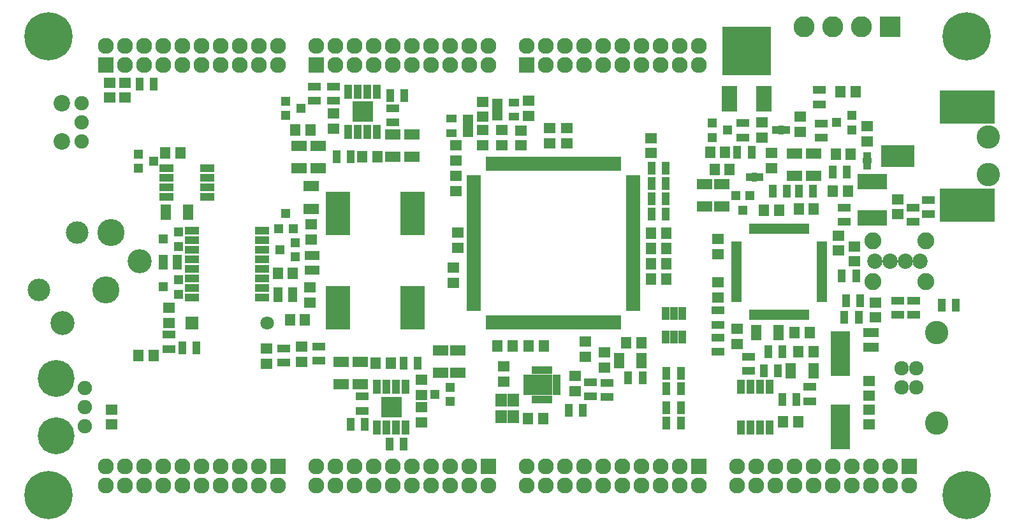
<source format=gbr>
G04 #@! TF.FileFunction,Soldermask,Top*
%FSLAX46Y46*%
G04 Gerber Fmt 4.6, Leading zero omitted, Abs format (unit mm)*
G04 Created by KiCad (PCBNEW 4.0.0-rc2-1-stable) date Monday, December 07, 2015 'PMt' 01:28:40 PM*
%MOMM*%
G01*
G04 APERTURE LIST*
%ADD10C,0.100000*%
%ADD11R,0.781000X1.149300*%
%ADD12R,0.791000X1.260000*%
%ADD13R,0.950000X0.628600*%
%ADD14R,1.000000X1.950000*%
%ADD15R,1.575000X1.575000*%
%ADD16R,1.200100X1.200100*%
%ADD17R,2.000000X1.400000*%
%ADD18R,1.650000X1.400000*%
%ADD19R,1.460000X1.050000*%
%ADD20R,1.700000X1.100000*%
%ADD21R,1.100000X1.700000*%
%ADD22C,6.400000*%
%ADD23R,1.900000X1.000000*%
%ADD24C,1.924000*%
%ADD25C,3.100020*%
%ADD26R,0.646000X1.130000*%
%ADD27R,1.130000X0.646000*%
%ADD28R,1.650000X1.650000*%
%ADD29C,3.200000*%
%ADD30C,3.000000*%
%ADD31C,3.600000*%
%ADD32R,1.400000X0.628600*%
%ADD33R,0.628600X1.400000*%
%ADD34R,0.628600X1.850000*%
%ADD35R,1.850000X0.628600*%
%ADD36R,1.950000X1.000000*%
%ADD37C,4.900000*%
%ADD38C,1.900000*%
%ADD39C,2.200000*%
%ADD40C,2.800000*%
%ADD41R,2.800000X2.800000*%
%ADD42R,4.400000X2.900000*%
%ADD43R,7.400000X4.400000*%
%ADD44C,3.100000*%
%ADD45R,1.600000X1.800000*%
%ADD46R,1.400000X1.650000*%
%ADD47R,1.400000X2.000000*%
%ADD48R,1.800000X1.800000*%
%ADD49C,1.800000*%
%ADD50C,2.020000*%
%ADD51C,2.250000*%
%ADD52R,3.900000X2.000000*%
%ADD53R,3.300680X5.800040*%
%ADD54R,2.051000X3.448000*%
%ADD55R,6.496000X6.496000*%
%ADD56R,2.500580X6.000700*%
%ADD57R,1.260000X0.791000*%
%ADD58R,0.628600X0.950000*%
%ADD59R,1.149300X0.781000*%
%ADD60C,2.127200*%
%ADD61O,2.127200X2.127200*%
%ADD62R,2.127200X2.127200*%
G04 APERTURE END LIST*
D10*
D11*
X106621360Y-87073980D03*
X107271600Y-87073980D03*
X107921840Y-87073980D03*
X107921840Y-85174060D03*
X107271600Y-85174060D03*
X106621360Y-85174060D03*
D12*
X169562560Y-68481180D03*
D13*
X168837560Y-68231180D03*
X168837560Y-68731180D03*
X170287560Y-68231180D03*
X170287560Y-68731180D03*
D14*
X119727760Y-102552780D03*
X118457760Y-102552780D03*
X117187760Y-102552780D03*
X115917760Y-102552780D03*
X115917760Y-107952780D03*
X117187760Y-107952780D03*
X118457760Y-107952780D03*
X119727760Y-107952780D03*
D15*
X117235260Y-105840280D03*
X118410260Y-105840280D03*
X117235260Y-104665280D03*
X118410260Y-104665280D03*
D16*
X105021160Y-85316380D03*
X105021160Y-83416380D03*
X103022180Y-84366380D03*
D17*
X107129360Y-78945980D03*
X107129360Y-75945980D03*
D18*
X101211160Y-97487980D03*
X101211160Y-99487980D03*
D16*
X102851960Y-81546940D03*
X104751960Y-81546940D03*
X103801960Y-79547960D03*
D18*
X105884760Y-97265980D03*
X105884760Y-99265980D03*
D17*
X105554560Y-70537180D03*
X105554560Y-73537180D03*
D19*
X127990560Y-68857180D03*
X127990560Y-67907180D03*
X127990560Y-66957180D03*
X125790560Y-66957180D03*
X125790560Y-68857180D03*
D20*
X187139360Y-91117580D03*
X187139360Y-93017580D03*
D12*
X166031960Y-74704180D03*
D13*
X165306960Y-74454180D03*
X165306960Y-74954180D03*
X166756960Y-74454180D03*
X166756960Y-74954180D03*
D21*
X154195560Y-95963980D03*
X155295560Y-95963980D03*
X156395560Y-95963980D03*
X156395560Y-92863980D03*
X155295560Y-92863980D03*
X154195560Y-92863980D03*
D22*
X72280560Y-56035180D03*
X72280560Y-116995180D03*
X194200560Y-116995180D03*
X194200560Y-56035180D03*
D19*
X131886560Y-64803180D03*
X131886560Y-65753180D03*
X131886560Y-66703180D03*
X134086560Y-66703180D03*
X134086560Y-64803180D03*
D23*
X91330560Y-81793936D03*
X91330560Y-83063936D03*
X91330560Y-84333936D03*
X91330560Y-85603936D03*
X91330560Y-86873936D03*
X91330560Y-88143936D03*
X91330560Y-89413936D03*
X91330560Y-90683936D03*
X100630560Y-90683936D03*
X100630560Y-89413936D03*
X100630560Y-88143936D03*
X100630560Y-86873936D03*
X100630560Y-85603936D03*
X100630560Y-84333936D03*
X100630560Y-83063936D03*
X100630560Y-81793936D03*
D18*
X132732560Y-99882180D03*
X132732560Y-101882180D03*
X182059360Y-91373180D03*
X182059360Y-93373180D03*
D24*
X185540560Y-102650180D03*
X185540560Y-100110180D03*
X187539540Y-100110180D03*
X187539540Y-102650180D03*
D25*
X190239560Y-107379660D03*
X190239560Y-95380700D03*
D26*
X136792560Y-104287180D03*
X137292560Y-104287180D03*
X137792560Y-104287180D03*
X138292560Y-104287180D03*
X138792560Y-104287180D03*
D27*
X139757560Y-103322180D03*
X139757560Y-102822180D03*
X139757560Y-102322180D03*
X139757560Y-101822180D03*
X139757560Y-101322180D03*
D26*
X138792560Y-100357180D03*
X138292560Y-100357180D03*
X137792560Y-100357180D03*
X137292560Y-100357180D03*
X136792560Y-100357180D03*
D27*
X135827560Y-101322180D03*
X135827560Y-101822180D03*
X135827560Y-102322180D03*
X135827560Y-102822180D03*
X135827560Y-103322180D03*
D28*
X138417560Y-101697180D03*
X137167560Y-101697180D03*
X138417560Y-102947180D03*
X137167560Y-102947180D03*
D18*
X179265360Y-83930980D03*
X179265360Y-85930980D03*
D29*
X74180560Y-94130180D03*
X84350560Y-85880180D03*
D30*
X71010560Y-89690180D03*
X76090560Y-82070180D03*
D31*
X80535560Y-82070180D03*
X79900560Y-89690180D03*
D18*
X88282560Y-94103180D03*
X88282560Y-92103180D03*
D14*
X168038560Y-102578180D03*
X166768560Y-102578180D03*
X165498560Y-102578180D03*
X164228560Y-102578180D03*
X164228560Y-107978180D03*
X165498560Y-107978180D03*
X166768560Y-107978180D03*
X168038560Y-107978180D03*
X112111060Y-68735180D03*
X113381060Y-68735180D03*
X114651060Y-68735180D03*
X115921060Y-68735180D03*
X115921060Y-63335180D03*
X114651060Y-63335180D03*
X113381060Y-63335180D03*
X112111060Y-63335180D03*
D15*
X114603560Y-65447680D03*
X113428560Y-65447680D03*
X114603560Y-66622680D03*
X113428560Y-66622680D03*
D32*
X175008560Y-91027180D03*
X175008560Y-90527180D03*
X175008560Y-90027180D03*
X175008560Y-89527180D03*
X175008560Y-89027180D03*
X175008560Y-88527180D03*
X175008560Y-88027180D03*
X175008560Y-87527180D03*
X175008560Y-87027180D03*
X175008560Y-86527180D03*
X175008560Y-86027180D03*
X175008560Y-85527180D03*
X175008560Y-85027180D03*
X175008560Y-84527180D03*
X175008560Y-84027180D03*
X175008560Y-83527180D03*
D33*
X173058560Y-81577180D03*
X172558560Y-81577180D03*
X172058560Y-81577180D03*
X171558560Y-81577180D03*
X171058560Y-81577180D03*
X170558560Y-81577180D03*
X170058560Y-81577180D03*
X169558560Y-81577180D03*
X169058560Y-81577180D03*
X168558560Y-81577180D03*
X168058560Y-81577180D03*
X167558560Y-81577180D03*
X167058560Y-81577180D03*
X166558560Y-81577180D03*
X166058560Y-81577180D03*
X165558560Y-81577180D03*
D32*
X163608560Y-83527180D03*
X163608560Y-84027180D03*
X163608560Y-84527180D03*
X163608560Y-85027180D03*
X163608560Y-85527180D03*
X163608560Y-86027180D03*
X163608560Y-86527180D03*
X163608560Y-87027180D03*
X163608560Y-87527180D03*
X163608560Y-88027180D03*
X163608560Y-88527180D03*
X163608560Y-89027180D03*
X163608560Y-89527180D03*
X163608560Y-90027180D03*
X163608560Y-90527180D03*
X163608560Y-91027180D03*
D33*
X165558560Y-92977180D03*
X166058560Y-92977180D03*
X166558560Y-92977180D03*
X167058560Y-92977180D03*
X167558560Y-92977180D03*
X168058560Y-92977180D03*
X168558560Y-92977180D03*
X169058560Y-92977180D03*
X169558560Y-92977180D03*
X170058560Y-92977180D03*
X170558560Y-92977180D03*
X171058560Y-92977180D03*
X171558560Y-92977180D03*
X172058560Y-92977180D03*
X172558560Y-92977180D03*
X173058560Y-92977180D03*
D34*
X130577560Y-94030180D03*
X131077560Y-94030180D03*
X131577560Y-94030180D03*
X132077560Y-94030180D03*
X132577560Y-94030180D03*
X133077560Y-94030180D03*
X133577560Y-94030180D03*
X134077560Y-94030180D03*
X134577560Y-94030180D03*
X135077560Y-94030180D03*
X135577560Y-94030180D03*
X136077560Y-94030180D03*
X136577560Y-94030180D03*
X137077560Y-94030180D03*
X137577560Y-94030180D03*
X138077560Y-94030180D03*
X138577560Y-94030180D03*
X139077560Y-94030180D03*
X139577560Y-94030180D03*
X140077560Y-94030180D03*
X140577560Y-94030180D03*
X141077560Y-94030180D03*
X141577560Y-94030180D03*
X142077560Y-94030180D03*
X142577560Y-94030180D03*
X143077560Y-94030180D03*
X143577560Y-94030180D03*
X144077560Y-94030180D03*
X144577560Y-94030180D03*
X145077560Y-94030180D03*
X145577560Y-94030180D03*
X146077560Y-94030180D03*
X146577560Y-94030180D03*
X147077560Y-94030180D03*
X147577560Y-94030180D03*
X148077560Y-94030180D03*
D35*
X149877560Y-92230180D03*
X149877560Y-91730180D03*
X149877560Y-91230180D03*
X149877560Y-90730180D03*
X149877560Y-90230180D03*
X149877560Y-89730180D03*
X149877560Y-89230180D03*
X149877560Y-88730180D03*
X149877560Y-88230180D03*
X149877560Y-87730180D03*
X149877560Y-87230180D03*
X149877560Y-86730180D03*
X149877560Y-86230180D03*
X149877560Y-85730180D03*
X149877560Y-85230180D03*
X149877560Y-84730180D03*
X149877560Y-84230180D03*
X149877560Y-83730180D03*
X149877560Y-83230180D03*
X149877560Y-82730180D03*
X149877560Y-82230180D03*
X149877560Y-81730180D03*
X149877560Y-81230180D03*
X149877560Y-80730180D03*
X149877560Y-80230180D03*
X149877560Y-79730180D03*
X149877560Y-79230180D03*
X149877560Y-78730180D03*
X149877560Y-78230180D03*
X149877560Y-77730180D03*
X149877560Y-77230180D03*
X149877560Y-76730180D03*
X149877560Y-76230180D03*
X149877560Y-75730180D03*
X149877560Y-75230180D03*
X149877560Y-74730180D03*
D34*
X148077560Y-72930180D03*
X147577560Y-72930180D03*
X147077560Y-72930180D03*
X146577560Y-72930180D03*
X146077560Y-72930180D03*
X145577560Y-72930180D03*
X145077560Y-72930180D03*
X144577560Y-72930180D03*
X144077560Y-72930180D03*
X143577560Y-72930180D03*
X143077560Y-72930180D03*
X142577560Y-72930180D03*
X142077560Y-72930180D03*
X141577560Y-72930180D03*
X141077560Y-72930180D03*
X140577560Y-72930180D03*
X140077560Y-72930180D03*
X139577560Y-72930180D03*
X139077560Y-72930180D03*
X138577560Y-72930180D03*
X138077560Y-72930180D03*
X137577560Y-72930180D03*
X137077560Y-72930180D03*
X136577560Y-72930180D03*
X136077560Y-72930180D03*
X135577560Y-72930180D03*
X135077560Y-72930180D03*
X134577560Y-72930180D03*
X134077560Y-72930180D03*
X133577560Y-72930180D03*
X133077560Y-72930180D03*
X132577560Y-72930180D03*
X132077560Y-72930180D03*
X131577560Y-72930180D03*
X131077560Y-72930180D03*
X130577560Y-72930180D03*
D35*
X128777560Y-74730180D03*
X128777560Y-75230180D03*
X128777560Y-75730180D03*
X128777560Y-76230180D03*
X128777560Y-76730180D03*
X128777560Y-77230180D03*
X128777560Y-77730180D03*
X128777560Y-78230180D03*
X128777560Y-78730180D03*
X128777560Y-79230180D03*
X128777560Y-79730180D03*
X128777560Y-80230180D03*
X128777560Y-80730180D03*
X128777560Y-81230180D03*
X128777560Y-81730180D03*
X128777560Y-82230180D03*
X128777560Y-82730180D03*
X128777560Y-83230180D03*
X128777560Y-83730180D03*
X128777560Y-84230180D03*
X128777560Y-84730180D03*
X128777560Y-85230180D03*
X128777560Y-85730180D03*
X128777560Y-86230180D03*
X128777560Y-86730180D03*
X128777560Y-87230180D03*
X128777560Y-87730180D03*
X128777560Y-88230180D03*
X128777560Y-88730180D03*
X128777560Y-89230180D03*
X128777560Y-89730180D03*
X128777560Y-90230180D03*
X128777560Y-90730180D03*
X128777560Y-91230180D03*
X128777560Y-91730180D03*
X128777560Y-92230180D03*
D36*
X93362560Y-77371180D03*
X93362560Y-76101180D03*
X93362560Y-74831180D03*
X93362560Y-73561180D03*
X87962560Y-73561180D03*
X87962560Y-74831180D03*
X87962560Y-76101180D03*
X87962560Y-77371180D03*
D37*
X73296560Y-109121180D03*
D38*
X77106560Y-107851180D03*
X77106560Y-102771180D03*
X77106560Y-105311180D03*
D37*
X73296560Y-101501180D03*
D39*
X74058560Y-70005180D03*
X74058560Y-64925180D03*
D38*
X76688560Y-70005180D03*
X76688560Y-64925180D03*
X76688560Y-67465180D03*
D40*
X176420560Y-54765180D03*
X172610560Y-54765180D03*
X180230560Y-54765180D03*
D41*
X184040560Y-54765180D03*
D42*
X185050560Y-71910180D03*
D43*
X194300560Y-78410180D03*
X194300560Y-65410180D03*
D44*
X197050560Y-74410180D03*
X197050560Y-69410180D03*
D45*
X132402560Y-104381180D03*
X132402560Y-106581180D03*
X134002560Y-104381180D03*
X134002560Y-106581180D03*
D18*
X177182560Y-82483180D03*
X177182560Y-84483180D03*
X161180560Y-82959180D03*
X161180560Y-84959180D03*
X163720560Y-96913180D03*
X163720560Y-94913180D03*
X161180560Y-90706180D03*
X161180560Y-88706180D03*
D46*
X173905960Y-78920580D03*
X171905960Y-78920580D03*
X173340560Y-95405180D03*
X171340560Y-95405180D03*
D17*
X171340560Y-74553180D03*
X171340560Y-71553180D03*
D46*
X169292560Y-79149180D03*
X167292560Y-79149180D03*
D18*
X181246560Y-105597180D03*
X181246560Y-107597180D03*
D47*
X166260560Y-95405180D03*
X169260560Y-95405180D03*
D46*
X171864560Y-97945180D03*
X173864560Y-97945180D03*
D17*
X173880560Y-74577180D03*
X173880560Y-71577180D03*
D18*
X181246560Y-103787180D03*
X181246560Y-101787180D03*
D47*
X173856560Y-100485180D03*
X170856560Y-100485180D03*
X87822560Y-79403180D03*
X90822560Y-79403180D03*
D46*
X87806560Y-71529180D03*
X89806560Y-71529180D03*
X86218560Y-98453180D03*
X84218560Y-98453180D03*
X106341960Y-93677980D03*
X104341960Y-93677980D03*
D18*
X106976960Y-89391980D03*
X106976960Y-91391980D03*
X107180160Y-82984580D03*
X107180160Y-80984580D03*
D46*
X102735160Y-87480380D03*
X104735160Y-87480380D03*
D48*
X91330560Y-94135180D03*
D49*
X101330560Y-94135180D03*
D18*
X138828560Y-68243180D03*
X138828560Y-70243180D03*
D46*
X138034560Y-97183180D03*
X136034560Y-97183180D03*
X154306560Y-84229180D03*
X152306560Y-84229180D03*
X131875560Y-97183180D03*
X133875560Y-97183180D03*
X149020560Y-96751380D03*
X151020560Y-96751380D03*
D47*
X151021960Y-99138980D03*
X148021960Y-99138980D03*
D18*
X126382560Y-74577180D03*
X126382560Y-76577180D03*
X135018560Y-68513180D03*
X135018560Y-70513180D03*
X143603760Y-98605580D03*
X143603760Y-96605580D03*
X146143760Y-100002580D03*
X146143760Y-98002580D03*
D46*
X154290560Y-86261180D03*
X152290560Y-86261180D03*
X154290560Y-88293180D03*
X152290560Y-88293180D03*
D18*
X126611160Y-84102180D03*
X126611160Y-82102180D03*
X132478560Y-68497180D03*
X132478560Y-70497180D03*
X126003560Y-88769180D03*
X126003560Y-86769180D03*
X152306560Y-69529180D03*
X152306560Y-71529180D03*
D46*
X154306560Y-82197180D03*
X152306560Y-82197180D03*
D18*
X141114560Y-68243180D03*
X141114560Y-70243180D03*
D17*
X108094560Y-70537180D03*
X108094560Y-73537180D03*
D18*
X110126560Y-66245980D03*
X110126560Y-68245980D03*
D46*
X105078560Y-68481180D03*
X107078560Y-68481180D03*
X115968560Y-72037180D03*
X113968560Y-72037180D03*
D17*
X120540560Y-72037180D03*
X120540560Y-69037180D03*
X118000560Y-72037180D03*
X118000560Y-69037180D03*
X126636560Y-100739180D03*
X126636560Y-97739180D03*
X124350560Y-100739180D03*
X124350560Y-97739180D03*
D18*
X121810560Y-107311180D03*
X121810560Y-105311180D03*
X121810560Y-103653580D03*
X121810560Y-101653580D03*
D46*
X115746560Y-99469180D03*
X117746560Y-99469180D03*
D17*
X113682560Y-99239180D03*
X113682560Y-102239180D03*
X111142560Y-99239180D03*
X111142560Y-102239180D03*
D46*
X176826960Y-71681580D03*
X178826960Y-71681580D03*
X176420560Y-76609180D03*
X178420560Y-76609180D03*
D18*
X185056560Y-79657180D03*
X185056560Y-77657180D03*
D46*
X160139160Y-71427580D03*
X162139160Y-71427580D03*
D18*
X168292560Y-73545180D03*
X168292560Y-71545180D03*
X172102560Y-68719180D03*
X172102560Y-66719180D03*
D46*
X160729960Y-73688180D03*
X162729960Y-73688180D03*
D18*
X167022560Y-67465180D03*
X167022560Y-69465180D03*
D17*
X159402560Y-75641180D03*
X159402560Y-78641180D03*
X161688560Y-75641180D03*
X161688560Y-78641180D03*
D46*
X177468560Y-63401180D03*
X179468560Y-63401180D03*
D18*
X180992560Y-67973180D03*
X180992560Y-69973180D03*
X129938560Y-64703180D03*
X129938560Y-66703180D03*
X136034560Y-64560180D03*
X136034560Y-66560180D03*
X129938560Y-68497180D03*
X129938560Y-70497180D03*
X126382560Y-70513180D03*
X126382560Y-72513180D03*
X142181360Y-103126780D03*
X142181360Y-101126780D03*
D46*
X137939560Y-106835180D03*
X135939560Y-106835180D03*
D18*
X80662560Y-107597180D03*
X80662560Y-105597180D03*
X82440560Y-64163180D03*
X82440560Y-62163180D03*
X80408560Y-62163180D03*
X80408560Y-64163180D03*
D50*
X188040560Y-85880180D03*
X186040560Y-85880180D03*
X184040560Y-85880180D03*
D51*
X188770560Y-88600180D03*
D50*
X182040560Y-85880180D03*
D51*
X181770560Y-88600180D03*
X188770560Y-83160180D03*
X181770560Y-83160180D03*
D16*
X89519540Y-83909180D03*
X89519540Y-82009180D03*
X87520560Y-82959180D03*
X89519540Y-90259180D03*
X89519540Y-88359180D03*
X87520560Y-89309180D03*
X84218560Y-71661180D03*
X84218560Y-73561180D03*
X86217540Y-72611180D03*
X103791800Y-64610180D03*
X103791800Y-66510180D03*
X105790780Y-65560180D03*
X125620560Y-104549180D03*
X125620560Y-102649180D03*
X123621580Y-103599180D03*
X165432560Y-77150200D03*
X163532560Y-77150200D03*
X164482560Y-79149180D03*
X178945320Y-68415180D03*
X178945320Y-66515180D03*
X176946340Y-67465180D03*
D52*
X181627560Y-75288380D03*
X181627560Y-80165180D03*
D20*
X185081960Y-93017580D03*
X185081960Y-91117580D03*
D21*
X168424560Y-76609180D03*
X170324560Y-76609180D03*
D20*
X173372560Y-104483180D03*
X173372560Y-102583180D03*
X189120560Y-77757180D03*
X189120560Y-79657180D03*
X187088560Y-78773180D03*
X187088560Y-80673180D03*
D21*
X86250560Y-62385180D03*
X84350560Y-62385180D03*
D53*
X120588820Y-79530180D03*
X110687900Y-79530180D03*
X110687900Y-92103180D03*
X120588820Y-92103180D03*
D16*
X160433800Y-67531180D03*
X160433800Y-69431180D03*
X162432780Y-68481180D03*
D54*
X162704560Y-64290180D03*
D55*
X164990560Y-57940180D03*
D54*
X167276560Y-64290180D03*
D21*
X169689560Y-104269780D03*
X171589560Y-104269780D03*
X167276560Y-100485180D03*
X169176560Y-100485180D03*
X167850560Y-97945180D03*
X169750560Y-97945180D03*
D20*
X161180560Y-94323180D03*
X161180560Y-92423180D03*
X161180560Y-97945180D03*
X161180560Y-96045180D03*
X165244560Y-98585180D03*
X165244560Y-100485180D03*
D21*
X173814560Y-76609180D03*
X171914560Y-76609180D03*
X180062960Y-91112580D03*
X178162960Y-91112580D03*
X179529560Y-87861380D03*
X177629560Y-87861380D03*
X179849560Y-93373180D03*
X177949560Y-93373180D03*
D20*
X108145360Y-97213580D03*
X108145360Y-99113580D03*
X103522560Y-97467580D03*
X103522560Y-99367580D03*
D21*
X91960560Y-97437180D03*
X90060560Y-97437180D03*
D20*
X88282560Y-97559180D03*
X88282560Y-95659180D03*
D21*
X151172960Y-101399580D03*
X149272960Y-101399580D03*
X152356560Y-75593180D03*
X154256560Y-75593180D03*
X154256560Y-73561180D03*
X152356560Y-73561180D03*
X152356560Y-79657180D03*
X154256560Y-79657180D03*
X152356560Y-77625180D03*
X154256560Y-77625180D03*
D20*
X110117183Y-62698093D03*
X110117183Y-64598093D03*
D21*
X112412560Y-72037180D03*
X110512560Y-72037180D03*
X117624560Y-63909180D03*
X119524560Y-63909180D03*
D20*
X118000560Y-67465180D03*
X118000560Y-65565180D03*
X107577183Y-64598093D03*
X107577183Y-62698093D03*
D21*
X119473760Y-110162580D03*
X117573760Y-110162580D03*
X119402560Y-99469180D03*
X121302560Y-99469180D03*
X114266760Y-107597180D03*
X112366760Y-107597180D03*
D20*
X113936560Y-103853180D03*
X113936560Y-105753180D03*
D21*
X178320560Y-74069180D03*
X176420560Y-74069180D03*
D20*
X177944560Y-78773180D03*
X177944560Y-80673180D03*
D21*
X165625560Y-71402180D03*
X163725560Y-71402180D03*
D20*
X164482560Y-69431180D03*
X164482560Y-67531180D03*
X174896560Y-67597180D03*
X174896560Y-69497180D03*
X146423160Y-102034580D03*
X146423160Y-103934580D03*
X144264160Y-101963380D03*
X144264160Y-103863380D03*
D21*
X143268560Y-105692180D03*
X141368560Y-105692180D03*
D56*
X177436560Y-107874040D03*
X177436560Y-98176320D03*
D46*
X171816560Y-107216180D03*
X169816560Y-107216180D03*
D57*
X180992560Y-72545180D03*
D58*
X180742560Y-73270180D03*
X181242560Y-73270180D03*
X180742560Y-71820180D03*
X181242560Y-71820180D03*
D21*
X154352960Y-102821980D03*
X156252960Y-102821980D03*
X154352960Y-105361980D03*
X156252960Y-105361980D03*
X154352960Y-107393980D03*
X156252960Y-107393980D03*
X156252960Y-100789980D03*
X154352960Y-100789980D03*
D11*
X182150800Y-95405180D03*
X181500560Y-95405180D03*
X180850320Y-95405180D03*
X180850320Y-97305100D03*
X181500560Y-97305100D03*
X182150800Y-97305100D03*
D59*
X89420480Y-86657420D03*
X89420480Y-86007180D03*
X89420480Y-85356940D03*
X87520560Y-85356940D03*
X87520560Y-86007180D03*
X87520560Y-86657420D03*
X104665560Y-90990660D03*
X104665560Y-90340420D03*
X104665560Y-89690180D03*
X102765640Y-89690180D03*
X102765640Y-90340420D03*
X102765640Y-90990660D03*
D60*
X158640560Y-59845180D03*
D61*
X158640560Y-57305180D03*
X156100560Y-59845180D03*
X156100560Y-57305180D03*
X153560560Y-59845180D03*
X153560560Y-57305180D03*
X151020560Y-59845180D03*
X151020560Y-57305180D03*
X148480560Y-59845180D03*
X148480560Y-57305180D03*
X145940560Y-59845180D03*
X145940560Y-57305180D03*
X143400560Y-59845180D03*
X143400560Y-57305180D03*
X140860560Y-59845180D03*
X140860560Y-57305180D03*
X138320560Y-59845180D03*
X138320560Y-57305180D03*
D62*
X135780560Y-59845180D03*
D61*
X135780560Y-57305180D03*
D60*
X130700560Y-59845180D03*
D61*
X130700560Y-57305180D03*
X128160560Y-59845180D03*
X128160560Y-57305180D03*
X125620560Y-59845180D03*
X125620560Y-57305180D03*
X123080560Y-59845180D03*
X123080560Y-57305180D03*
X120540560Y-59845180D03*
X120540560Y-57305180D03*
X118000560Y-59845180D03*
X118000560Y-57305180D03*
X115460560Y-59845180D03*
X115460560Y-57305180D03*
X112920560Y-59845180D03*
X112920560Y-57305180D03*
X110380560Y-59845180D03*
X110380560Y-57305180D03*
D62*
X107840560Y-59845180D03*
D61*
X107840560Y-57305180D03*
D60*
X102760560Y-59845180D03*
D61*
X102760560Y-57305180D03*
X100220560Y-59845180D03*
X100220560Y-57305180D03*
X97680560Y-59845180D03*
X97680560Y-57305180D03*
X95140560Y-59845180D03*
X95140560Y-57305180D03*
X92600560Y-59845180D03*
X92600560Y-57305180D03*
X90060560Y-59845180D03*
X90060560Y-57305180D03*
X87520560Y-59845180D03*
X87520560Y-57305180D03*
X84980560Y-59845180D03*
X84980560Y-57305180D03*
X82440560Y-59845180D03*
X82440560Y-57305180D03*
D62*
X79900560Y-59845180D03*
D61*
X79900560Y-57305180D03*
D60*
X79900560Y-113185180D03*
D61*
X79900560Y-115725180D03*
X82440560Y-113185180D03*
X82440560Y-115725180D03*
X84980560Y-113185180D03*
X84980560Y-115725180D03*
X87520560Y-113185180D03*
X87520560Y-115725180D03*
X90060560Y-113185180D03*
X90060560Y-115725180D03*
X92600560Y-113185180D03*
X92600560Y-115725180D03*
X95140560Y-113185180D03*
X95140560Y-115725180D03*
X97680560Y-113185180D03*
X97680560Y-115725180D03*
X100220560Y-113185180D03*
X100220560Y-115725180D03*
D62*
X102760560Y-113185180D03*
D61*
X102760560Y-115725180D03*
D60*
X107840560Y-113185180D03*
D61*
X107840560Y-115725180D03*
X110380560Y-113185180D03*
X110380560Y-115725180D03*
X112920560Y-113185180D03*
X112920560Y-115725180D03*
X115460560Y-113185180D03*
X115460560Y-115725180D03*
X118000560Y-113185180D03*
X118000560Y-115725180D03*
X120540560Y-113185180D03*
X120540560Y-115725180D03*
X123080560Y-113185180D03*
X123080560Y-115725180D03*
X125620560Y-113185180D03*
X125620560Y-115725180D03*
X128160560Y-113185180D03*
X128160560Y-115725180D03*
D62*
X130700560Y-113185180D03*
D61*
X130700560Y-115725180D03*
D60*
X135780560Y-113185180D03*
D61*
X135780560Y-115725180D03*
X138320560Y-113185180D03*
X138320560Y-115725180D03*
X140860560Y-113185180D03*
X140860560Y-115725180D03*
X143400560Y-113185180D03*
X143400560Y-115725180D03*
X145940560Y-113185180D03*
X145940560Y-115725180D03*
X148480560Y-113185180D03*
X148480560Y-115725180D03*
X151020560Y-113185180D03*
X151020560Y-115725180D03*
X153560560Y-113185180D03*
X153560560Y-115725180D03*
X156100560Y-113185180D03*
X156100560Y-115725180D03*
D62*
X158640560Y-113185180D03*
D61*
X158640560Y-115725180D03*
D60*
X163720560Y-113185180D03*
D61*
X163720560Y-115725180D03*
X166260560Y-113185180D03*
X166260560Y-115725180D03*
X168800560Y-113185180D03*
X168800560Y-115725180D03*
X171340560Y-113185180D03*
X171340560Y-115725180D03*
X173880560Y-113185180D03*
X173880560Y-115725180D03*
X176420560Y-113185180D03*
X176420560Y-115725180D03*
X178960560Y-113185180D03*
X178960560Y-115725180D03*
X181500560Y-113185180D03*
X181500560Y-115725180D03*
X184040560Y-113185180D03*
X184040560Y-115725180D03*
D62*
X186580560Y-113185180D03*
D61*
X186580560Y-115725180D03*
D21*
X192798560Y-91722180D03*
X190898560Y-91722180D03*
D20*
X174642560Y-63147180D03*
X174642560Y-65047180D03*
M02*

</source>
